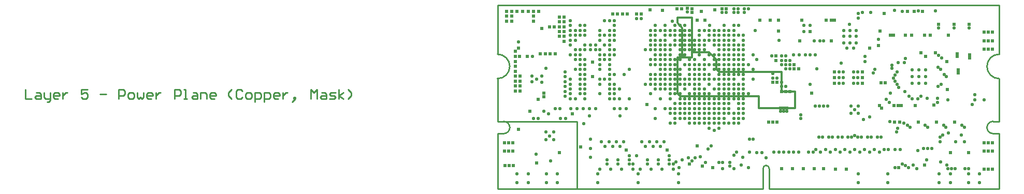
<source format=gbr>
G04 Layer_Physical_Order=5*
G04 Layer_Color=128*
%FSLAX24Y24*%
%MOIN*%
%TF.FileFunction,Copper,L5,Inr,Plane*%
%TF.Part,Single*%
G01*
G75*
%TA.AperFunction,NonConductor*%
%ADD53C,0.0100*%
%TA.AperFunction,ViaPad*%
%ADD61C,0.0240*%
%ADD62C,0.0230*%
%ADD63C,0.0220*%
%TA.AperFunction,TestPad*%
%ADD64C,0.0220*%
%TA.AperFunction,NonConductor*%
%ADD68C,0.0120*%
D53*
X394Y3543D02*
G03*
X787Y3937I0J394D01*
G01*
D02*
G03*
X394Y4331I-394J0D01*
G01*
X0Y7087D02*
G03*
X787Y7874I0J787D01*
G01*
D02*
G03*
X0Y8661I-787J0D01*
G01*
X32283D02*
G03*
X31496Y7874I0J-787D01*
G01*
D02*
G03*
X32283Y7087I787J0D01*
G01*
X31890Y4331D02*
G03*
X31496Y3937I0J-394D01*
G01*
D02*
G03*
X31890Y3543I394J0D01*
G01*
X17480Y1299D02*
G03*
X17283Y1496I-197J0D01*
G01*
X17283D02*
G03*
X17087Y1299I0J-197D01*
G01*
X0Y4331D02*
X5118D01*
Y-0D02*
Y4331D01*
X-0Y-0D02*
X5118D01*
X-0D02*
X0Y0D01*
X17087D01*
Y1299D01*
X17283Y1496D02*
X17283D01*
X17480Y0D02*
Y1299D01*
Y0D02*
X32283D01*
Y3150D01*
Y3543D01*
X31890D02*
X32283D01*
X31890Y4331D02*
X32283D01*
Y7087D01*
X32283Y8661D02*
X32283D01*
Y11811D01*
X0D02*
X32283D01*
X0Y8661D02*
Y11811D01*
Y8661D02*
X0D01*
X0Y4331D02*
Y7087D01*
Y4331D02*
X394D01*
X0Y3543D02*
X394D01*
X0Y-0D02*
Y3543D01*
X-0Y-0D02*
X0Y-0D01*
X-30400Y6400D02*
Y5800D01*
X-30000D01*
X-29700Y6200D02*
X-29500D01*
X-29400Y6100D01*
Y5800D01*
X-29700D01*
X-29800Y5900D01*
X-29700Y6000D01*
X-29400D01*
X-29200Y6200D02*
Y5900D01*
X-29100Y5800D01*
X-28801D01*
Y5700D01*
X-28900Y5600D01*
X-29000D01*
X-28801Y5800D02*
Y6200D01*
X-28301Y5800D02*
X-28501D01*
X-28601Y5900D01*
Y6100D01*
X-28501Y6200D01*
X-28301D01*
X-28201Y6100D01*
Y6000D01*
X-28601D01*
X-28001Y6200D02*
Y5800D01*
Y6000D01*
X-27901Y6100D01*
X-27801Y6200D01*
X-27701D01*
X-26401Y6400D02*
X-26801D01*
Y6100D01*
X-26601Y6200D01*
X-26501D01*
X-26401Y6100D01*
Y5900D01*
X-26501Y5800D01*
X-26701D01*
X-26801Y5900D01*
X-25602Y6100D02*
X-25202D01*
X-24402Y5800D02*
Y6400D01*
X-24102D01*
X-24002Y6300D01*
Y6100D01*
X-24102Y6000D01*
X-24402D01*
X-23702Y5800D02*
X-23502D01*
X-23402Y5900D01*
Y6100D01*
X-23502Y6200D01*
X-23702D01*
X-23802Y6100D01*
Y5900D01*
X-23702Y5800D01*
X-23202Y6200D02*
Y5900D01*
X-23102Y5800D01*
X-23002Y5900D01*
X-22902Y5800D01*
X-22802Y5900D01*
Y6200D01*
X-22303Y5800D02*
X-22503D01*
X-22603Y5900D01*
Y6100D01*
X-22503Y6200D01*
X-22303D01*
X-22203Y6100D01*
Y6000D01*
X-22603D01*
X-22003Y6200D02*
Y5800D01*
Y6000D01*
X-21903Y6100D01*
X-21803Y6200D01*
X-21703D01*
X-20803Y5800D02*
Y6400D01*
X-20503D01*
X-20403Y6300D01*
Y6100D01*
X-20503Y6000D01*
X-20803D01*
X-20203Y5800D02*
X-20003D01*
X-20103D01*
Y6400D01*
X-20203D01*
X-19603Y6200D02*
X-19404D01*
X-19304Y6100D01*
Y5800D01*
X-19603D01*
X-19703Y5900D01*
X-19603Y6000D01*
X-19304D01*
X-19104Y5800D02*
Y6200D01*
X-18804D01*
X-18704Y6100D01*
Y5800D01*
X-18204D02*
X-18404D01*
X-18504Y5900D01*
Y6100D01*
X-18404Y6200D01*
X-18204D01*
X-18104Y6100D01*
Y6000D01*
X-18504D01*
X-17104Y5800D02*
X-17304Y6000D01*
Y6200D01*
X-17104Y6400D01*
X-16405Y6300D02*
X-16504Y6400D01*
X-16704D01*
X-16804Y6300D01*
Y5900D01*
X-16704Y5800D01*
X-16504D01*
X-16405Y5900D01*
X-16105Y5800D02*
X-15905D01*
X-15805Y5900D01*
Y6100D01*
X-15905Y6200D01*
X-16105D01*
X-16205Y6100D01*
Y5900D01*
X-16105Y5800D01*
X-15605Y5600D02*
Y6200D01*
X-15305D01*
X-15205Y6100D01*
Y5900D01*
X-15305Y5800D01*
X-15605D01*
X-15005Y5600D02*
Y6200D01*
X-14705D01*
X-14605Y6100D01*
Y5900D01*
X-14705Y5800D01*
X-15005D01*
X-14105D02*
X-14305D01*
X-14405Y5900D01*
Y6100D01*
X-14305Y6200D01*
X-14105D01*
X-14005Y6100D01*
Y6000D01*
X-14405D01*
X-13805Y6200D02*
Y5800D01*
Y6000D01*
X-13705Y6100D01*
X-13605Y6200D01*
X-13505D01*
X-13106Y5700D02*
X-13006Y5800D01*
Y5900D01*
X-13106D01*
Y5800D01*
X-13006D01*
X-13106Y5700D01*
X-13206Y5600D01*
X-12006Y5800D02*
Y6400D01*
X-11806Y6200D01*
X-11606Y6400D01*
Y5800D01*
X-11306Y6200D02*
X-11106D01*
X-11006Y6100D01*
Y5800D01*
X-11306D01*
X-11406Y5900D01*
X-11306Y6000D01*
X-11006D01*
X-10806Y5800D02*
X-10506D01*
X-10406Y5900D01*
X-10506Y6000D01*
X-10706D01*
X-10806Y6100D01*
X-10706Y6200D01*
X-10406D01*
X-10207Y5800D02*
Y6400D01*
Y6000D02*
X-9907Y6200D01*
X-10207Y6000D02*
X-9907Y5800D01*
X-9607D02*
X-9407Y6000D01*
Y6200D01*
X-9607Y6400D01*
D61*
X20394Y1299D02*
D03*
X19685D02*
D03*
X18976D02*
D03*
X18268D02*
D03*
X11563Y11575D02*
D03*
X24882Y11299D02*
D03*
X14449Y11575D02*
D03*
X14724D02*
D03*
X11850D02*
D03*
X12520D02*
D03*
Y11339D02*
D03*
X12205Y11614D02*
D03*
X29370Y10600D02*
D03*
X29587Y8701D02*
D03*
X29646Y7441D02*
D03*
X30394Y8628D02*
D03*
X17717Y4291D02*
D03*
X17441D02*
D03*
X2598Y5748D02*
D03*
X31299Y9528D02*
D03*
Y8976D02*
D03*
X31575Y10079D02*
D03*
X31299D02*
D03*
X31575Y8976D02*
D03*
Y9528D02*
D03*
X31850D02*
D03*
Y8976D02*
D03*
Y10079D02*
D03*
Y2953D02*
D03*
Y1260D02*
D03*
Y2402D02*
D03*
X31575D02*
D03*
Y1260D02*
D03*
X31299Y2953D02*
D03*
X31575D02*
D03*
X31299Y1260D02*
D03*
Y2402D02*
D03*
X433D02*
D03*
Y2953D02*
D03*
X474Y1500D02*
D03*
X750D02*
D03*
X984Y2953D02*
D03*
X709Y2402D02*
D03*
X984D02*
D03*
X709Y2953D02*
D03*
X1026Y1500D02*
D03*
X20197Y6142D02*
D03*
X18819Y6260D02*
D03*
X18543D02*
D03*
X18268D02*
D03*
X17717Y6850D02*
D03*
X17992D02*
D03*
X17913Y8268D02*
D03*
Y8543D02*
D03*
X18622Y5197D02*
D03*
X18425D02*
D03*
X18228D02*
D03*
X23465Y7165D02*
D03*
Y6772D02*
D03*
Y7520D02*
D03*
X21693D02*
D03*
Y7165D02*
D03*
Y6772D02*
D03*
X24606Y10157D02*
D03*
X16890Y10866D02*
D03*
X1457Y7244D02*
D03*
Y6929D02*
D03*
Y6614D02*
D03*
Y6299D02*
D03*
X1142D02*
D03*
Y6614D02*
D03*
Y6929D02*
D03*
Y7244D02*
D03*
Y7559D02*
D03*
Y7874D02*
D03*
Y8189D02*
D03*
Y8504D02*
D03*
X3386Y8701D02*
D03*
X3071D02*
D03*
X1417Y8504D02*
D03*
X591Y10787D02*
D03*
Y11102D02*
D03*
Y11417D02*
D03*
X1260D02*
D03*
X1614D02*
D03*
X1969D02*
D03*
X2638D02*
D03*
X2323D02*
D03*
Y11102D02*
D03*
Y10787D02*
D03*
X906Y11417D02*
D03*
Y11102D02*
D03*
Y10787D02*
D03*
X4291Y9488D02*
D03*
X3976Y11063D02*
D03*
X9252Y11260D02*
D03*
X25886Y4291D02*
D03*
X20984Y1299D02*
D03*
X8268Y2486D02*
D03*
X25827Y1339D02*
D03*
X27480Y1535D02*
D03*
X25512Y5354D02*
D03*
X26378Y11417D02*
D03*
X27362D02*
D03*
X30354Y10600D02*
D03*
X19449Y9528D02*
D03*
X13110Y11417D02*
D03*
X12835Y2756D02*
D03*
X13858Y1339D02*
D03*
X13189Y1457D02*
D03*
X10906Y2480D02*
D03*
X12362Y1575D02*
D03*
X20118Y10118D02*
D03*
X5354Y2677D02*
D03*
X1339Y3819D02*
D03*
X2520Y1654D02*
D03*
X1929Y8504D02*
D03*
X9606Y5433D02*
D03*
X6102Y7205D02*
D03*
X3976Y2323D02*
D03*
X2992Y6142D02*
D03*
Y5906D02*
D03*
X6102Y8150D02*
D03*
X4803Y4803D02*
D03*
X2087Y5000D02*
D03*
X9803Y11535D02*
D03*
X10630Y11496D02*
D03*
X2756Y8701D02*
D03*
X1339Y9055D02*
D03*
X1142Y8858D02*
D03*
X3346Y10433D02*
D03*
X3661D02*
D03*
X3976D02*
D03*
Y10748D02*
D03*
Y10118D02*
D03*
X2835Y10315D02*
D03*
X12835Y10866D02*
D03*
X13982Y11530D02*
D03*
X27559Y8504D02*
D03*
X27244Y8740D02*
D03*
X28189D02*
D03*
X26654Y9882D02*
D03*
X26260D02*
D03*
X28898Y8189D02*
D03*
X29587Y8504D02*
D03*
X29646Y7638D02*
D03*
X27067Y4291D02*
D03*
X28248D02*
D03*
X29429D02*
D03*
X25551D02*
D03*
X28937Y6378D02*
D03*
X26870Y5354D02*
D03*
X25472Y9882D02*
D03*
X27480Y9882D02*
D03*
X27835Y9882D02*
D03*
X29016D02*
D03*
X30394Y8425D02*
D03*
X28071Y5394D02*
D03*
X24528Y9213D02*
D03*
X25276Y9882D02*
D03*
X28386Y10600D02*
D03*
X17559Y10866D02*
D03*
X18071D02*
D03*
X19567D02*
D03*
X21142D02*
D03*
X26811Y11417D02*
D03*
X30315Y2323D02*
D03*
X29134D02*
D03*
X22441Y1260D02*
D03*
X21732D02*
D03*
X21496Y9528D02*
D03*
X25787Y5348D02*
D03*
X25984D02*
D03*
X23937Y9055D02*
D03*
X24567Y5354D02*
D03*
X8346Y11260D02*
D03*
X8031D02*
D03*
X7717D02*
D03*
X7402D02*
D03*
X3976Y9803D02*
D03*
X4291D02*
D03*
Y10118D02*
D03*
Y10433D02*
D03*
Y10748D02*
D03*
Y11063D02*
D03*
X8937Y11260D02*
D03*
X21693Y10866D02*
D03*
X21496D02*
D03*
X13346D02*
D03*
X18071Y10157D02*
D03*
X24961Y6811D02*
D03*
X24685D02*
D03*
X24724Y5197D02*
D03*
X3701Y8701D02*
D03*
X19094Y7992D02*
D03*
Y7717D02*
D03*
X19370D02*
D03*
X17992Y4291D02*
D03*
D62*
X3600Y3150D02*
D03*
Y3650D02*
D03*
X3100D02*
D03*
Y3150D02*
D03*
X3600Y3150D02*
D03*
Y3650D02*
D03*
X3100D02*
D03*
Y3150D02*
D03*
X31024Y394D02*
D03*
X30315D02*
D03*
X29134D02*
D03*
X28425D02*
D03*
X25118D02*
D03*
X23228D02*
D03*
X1260D02*
D03*
X1969D02*
D03*
X3150D02*
D03*
X3858D02*
D03*
X6457D02*
D03*
X9055D02*
D03*
X11654D02*
D03*
X16142Y11575D02*
D03*
X15197D02*
D03*
X15472D02*
D03*
Y11339D02*
D03*
X15197D02*
D03*
X14724D02*
D03*
X14449D02*
D03*
X15866Y11575D02*
D03*
Y11339D02*
D03*
X9843Y6102D02*
D03*
X25197Y5551D02*
D03*
X25000Y5748D02*
D03*
X28189Y11457D02*
D03*
X27087D02*
D03*
X25551Y11496D02*
D03*
X5906Y5157D02*
D03*
X5512D02*
D03*
X5118D02*
D03*
X4724D02*
D03*
X8268D02*
D03*
X7874D02*
D03*
X7520D02*
D03*
X26693Y7638D02*
D03*
Y7205D02*
D03*
Y6772D02*
D03*
X27126D02*
D03*
Y7638D02*
D03*
X27559D02*
D03*
Y7205D02*
D03*
Y6772D02*
D03*
X27126Y7205D02*
D03*
X22992Y5079D02*
D03*
X22756Y5315D02*
D03*
Y4843D02*
D03*
X23228D02*
D03*
Y5315D02*
D03*
X22283Y9370D02*
D03*
Y10197D02*
D03*
Y9803D02*
D03*
X22677D02*
D03*
X23071D02*
D03*
Y9370D02*
D03*
X22677D02*
D03*
X23071Y10197D02*
D03*
X22677D02*
D03*
X2205Y6890D02*
D03*
Y7244D02*
D03*
X2835Y6850D02*
D03*
Y7244D02*
D03*
X2520Y7047D02*
D03*
X5984Y2008D02*
D03*
Y2598D02*
D03*
Y3189D02*
D03*
Y9252D02*
D03*
X6299D02*
D03*
X11732Y6102D02*
D03*
X11417D02*
D03*
X11102Y8628D02*
D03*
X18543Y6575D02*
D03*
X17717Y7402D02*
D03*
X17992Y7126D02*
D03*
X17717D02*
D03*
X18268Y6850D02*
D03*
Y6575D02*
D03*
X17638Y8543D02*
D03*
X18622Y5000D02*
D03*
X18425D02*
D03*
X18228D02*
D03*
X23189Y6772D02*
D03*
X22913D02*
D03*
Y7520D02*
D03*
X23189D02*
D03*
Y7165D02*
D03*
X22913D02*
D03*
X22244Y7520D02*
D03*
X21969D02*
D03*
Y6772D02*
D03*
X22244Y7165D02*
D03*
X21969D02*
D03*
X22244Y6772D02*
D03*
X2480Y2205D02*
D03*
X8937Y10945D02*
D03*
X9252D02*
D03*
X12205Y11378D02*
D03*
X21260Y5315D02*
D03*
X20433D02*
D03*
X20709D02*
D03*
X20984D02*
D03*
X15512Y7362D02*
D03*
X23228Y945D02*
D03*
X25118D02*
D03*
X14567Y6102D02*
D03*
X14882D02*
D03*
X12992D02*
D03*
X11654Y945D02*
D03*
X9055D02*
D03*
X6457D02*
D03*
X3150D02*
D03*
X1969D02*
D03*
X1260D02*
D03*
X3110Y7756D02*
D03*
X5984Y8937D02*
D03*
X5000Y5787D02*
D03*
X6299Y8937D02*
D03*
X5630Y6417D02*
D03*
X6575Y7677D02*
D03*
X5630Y6732D02*
D03*
X6575D02*
D03*
Y7047D02*
D03*
X6890Y7047D02*
D03*
X5630Y7677D02*
D03*
X7205Y5787D02*
D03*
Y6102D02*
D03*
X5315Y7677D02*
D03*
Y7992D02*
D03*
X7520Y7362D02*
D03*
X7205D02*
D03*
X10472Y7677D02*
D03*
Y7362D02*
D03*
X6575Y7992D02*
D03*
Y8307D02*
D03*
X10472Y6417D02*
D03*
X11417Y9567D02*
D03*
Y9882D02*
D03*
X11732Y7362D02*
D03*
X12992Y5787D02*
D03*
Y5472D02*
D03*
X12362Y5787D02*
D03*
X14567Y7047D02*
D03*
X12992Y6417D02*
D03*
X13307Y7047D02*
D03*
X10472Y9567D02*
D03*
Y10197D02*
D03*
X12677Y4528D02*
D03*
X13307Y5157D02*
D03*
X13937D02*
D03*
X14882Y4843D02*
D03*
X15512Y5787D02*
D03*
X15827Y7362D02*
D03*
X15197Y7992D02*
D03*
X15827Y4528D02*
D03*
Y9567D02*
D03*
X14567Y9252D02*
D03*
Y9882D02*
D03*
X14252Y8307D02*
D03*
X12362D02*
D03*
X11732D02*
D03*
Y7047D02*
D03*
X12047Y9252D02*
D03*
Y9567D02*
D03*
X11732Y10197D02*
D03*
X10787Y6417D02*
D03*
X12362Y4843D02*
D03*
X14567Y7362D02*
D03*
X12992Y6732D02*
D03*
X13937Y6417D02*
D03*
X13622Y6102D02*
D03*
Y6732D02*
D03*
Y7047D02*
D03*
Y7362D02*
D03*
X13937Y7677D02*
D03*
X3425Y1772D02*
D03*
X3858Y945D02*
D03*
X3350Y3400D02*
D03*
X10472Y8622D02*
D03*
X10787Y9567D02*
D03*
X10157Y10197D02*
D03*
X12677Y4843D02*
D03*
X13307D02*
D03*
X13937Y5472D02*
D03*
X14882Y5157D02*
D03*
X15512Y7992D02*
D03*
X15827Y4843D02*
D03*
Y9252D02*
D03*
X14882D02*
D03*
X14252Y9882D02*
D03*
X13937Y8307D02*
D03*
X13622Y8622D02*
D03*
X13307Y8937D02*
D03*
X12047Y8622D02*
D03*
X12992D02*
D03*
X12677Y8307D02*
D03*
X11732Y8622D02*
D03*
X12362Y9567D02*
D03*
Y9252D02*
D03*
X12047Y10197D02*
D03*
Y5472D02*
D03*
X12677Y6732D02*
D03*
X12362D02*
D03*
X12047D02*
D03*
Y4843D02*
D03*
X11732Y5472D02*
D03*
X12362Y7362D02*
D03*
X11732Y6732D02*
D03*
X11102Y7992D02*
D03*
X12047Y7992D02*
D03*
X12362Y6102D02*
D03*
X12047Y5787D02*
D03*
X11102Y7677D02*
D03*
X11732Y7677D02*
D03*
X5000Y8307D02*
D03*
X5315D02*
D03*
X4685Y10827D02*
D03*
Y10512D02*
D03*
Y10197D02*
D03*
Y9882D02*
D03*
X5315Y10197D02*
D03*
X5000D02*
D03*
X4685Y9567D02*
D03*
Y9252D02*
D03*
Y8622D02*
D03*
X5000D02*
D03*
X4685Y7047D02*
D03*
Y6732D02*
D03*
Y6417D02*
D03*
Y6102D02*
D03*
Y5787D02*
D03*
X7205Y10827D02*
D03*
X7520D02*
D03*
Y10512D02*
D03*
Y10197D02*
D03*
Y9882D02*
D03*
Y9567D02*
D03*
X7205Y9882D02*
D03*
Y9567D02*
D03*
X6890Y8622D02*
D03*
X7205D02*
D03*
Y8307D02*
D03*
Y7992D02*
D03*
X7520Y6732D02*
D03*
Y6417D02*
D03*
Y6102D02*
D03*
Y5787D02*
D03*
X7205Y7677D02*
D03*
X5630Y7362D02*
D03*
Y5787D02*
D03*
Y7992D02*
D03*
X7205Y6732D02*
D03*
Y6417D02*
D03*
X5630Y6102D02*
D03*
X6575D02*
D03*
X5630Y7047D02*
D03*
X11102Y8307D02*
D03*
X10157Y8622D02*
D03*
X10787Y9882D02*
D03*
X7205Y7047D02*
D03*
X4016Y5157D02*
D03*
X6299D02*
D03*
X2244Y8504D02*
D03*
X12677Y7992D02*
D03*
X13307Y8307D02*
D03*
Y9252D02*
D03*
X25394Y7953D02*
D03*
Y7756D02*
D03*
X31024Y945D02*
D03*
X30315D02*
D03*
X29134D02*
D03*
X28425D02*
D03*
X15512Y5472D02*
D03*
X13307Y6102D02*
D03*
X18268Y8543D02*
D03*
X18543D02*
D03*
X18268Y8268D02*
D03*
X18543D02*
D03*
X18819D02*
D03*
Y7992D02*
D03*
X18543D02*
D03*
X18268D02*
D03*
X18543Y7717D02*
D03*
X18819D02*
D03*
D63*
X24528Y9606D02*
D03*
X16220Y3189D02*
D03*
X16457D02*
D03*
X20000Y2362D02*
D03*
X18425D02*
D03*
X19055D02*
D03*
X16693Y2323D02*
D03*
X19370Y2362D02*
D03*
X18740D02*
D03*
X18110D02*
D03*
X17795D02*
D03*
X17008Y2323D02*
D03*
X16220Y2362D02*
D03*
X14961Y1693D02*
D03*
Y1457D02*
D03*
X25591Y2520D02*
D03*
X25906D02*
D03*
X25157D02*
D03*
X24882D02*
D03*
X24252D02*
D03*
X23622D02*
D03*
X22992D02*
D03*
X22362D02*
D03*
X21732D02*
D03*
X21102D02*
D03*
X20472D02*
D03*
X27953Y2598D02*
D03*
X27402D02*
D03*
X27677D02*
D03*
X26378Y4094D02*
D03*
X26142Y4213D02*
D03*
X23819Y3307D02*
D03*
X23307Y2362D02*
D03*
X23425Y3307D02*
D03*
X22992Y3425D02*
D03*
X20669Y3307D02*
D03*
X21299D02*
D03*
X20906D02*
D03*
X21929D02*
D03*
X21535D02*
D03*
X22559D02*
D03*
X22165D02*
D03*
X23189D02*
D03*
X22795D02*
D03*
X24449D02*
D03*
X24055D02*
D03*
X24685D02*
D03*
X20787Y2362D02*
D03*
X13032Y2047D02*
D03*
X12717Y1969D02*
D03*
X12520Y1772D02*
D03*
X9843Y9882D02*
D03*
X11732Y5787D02*
D03*
X19528Y4764D02*
D03*
Y4528D02*
D03*
X11102Y9252D02*
D03*
X22480Y9055D02*
D03*
X22913D02*
D03*
X22126Y8071D02*
D03*
X23228Y10984D02*
D03*
Y11299D02*
D03*
X22638Y10591D02*
D03*
X24016Y11339D02*
D03*
X26063Y11417D02*
D03*
X19409Y8622D02*
D03*
X19803D02*
D03*
X20118D02*
D03*
X20433D02*
D03*
X19055D02*
D03*
X17283Y1969D02*
D03*
X25669Y3661D02*
D03*
X28661Y3465D02*
D03*
X16457Y8622D02*
D03*
X15512Y8937D02*
D03*
X15827D02*
D03*
X14567Y8307D02*
D03*
X14882Y7992D02*
D03*
X15197Y2165D02*
D03*
X15787Y2008D02*
D03*
X24567Y2362D02*
D03*
X14567Y7992D02*
D03*
X14882Y8307D02*
D03*
Y7677D02*
D03*
X15197Y8307D02*
D03*
X15512D02*
D03*
X15827D02*
D03*
X15197Y7677D02*
D03*
X23937Y2362D02*
D03*
X16457Y7677D02*
D03*
X16142Y7992D02*
D03*
X16457Y7047D02*
D03*
X14252Y7992D02*
D03*
X15827Y7677D02*
D03*
Y7992D02*
D03*
X15512Y7677D02*
D03*
X13937Y8622D02*
D03*
X14567Y7677D02*
D03*
X15197Y7362D02*
D03*
X13937Y7992D02*
D03*
X14252Y7677D02*
D03*
X22047Y2362D02*
D03*
X15827Y7047D02*
D03*
X14882Y7362D02*
D03*
Y7047D02*
D03*
X27047Y2441D02*
D03*
X15827Y8622D02*
D03*
X14882D02*
D03*
X15197D02*
D03*
X14567D02*
D03*
X15197Y9252D02*
D03*
X15512D02*
D03*
Y8622D02*
D03*
X26457Y1339D02*
D03*
X26732Y1535D02*
D03*
X26969Y1299D02*
D03*
X27598Y1850D02*
D03*
X27520Y4094D02*
D03*
X28465Y3031D02*
D03*
Y3307D02*
D03*
X28504Y1732D02*
D03*
X31299Y5709D02*
D03*
X30709Y6063D02*
D03*
Y5709D02*
D03*
X11732Y9567D02*
D03*
X12047Y8937D02*
D03*
X12677Y9567D02*
D03*
Y9252D02*
D03*
X29843Y3465D02*
D03*
X30039Y3937D02*
D03*
X29488Y3031D02*
D03*
X29882Y4094D02*
D03*
X29016Y3583D02*
D03*
X13937Y9567D02*
D03*
Y10197D02*
D03*
X14252D02*
D03*
X14567Y10512D02*
D03*
X30039Y3031D02*
D03*
X20748Y9528D02*
D03*
X15197Y9882D02*
D03*
Y9567D02*
D03*
X14567Y10197D02*
D03*
X13622Y9882D02*
D03*
Y10197D02*
D03*
X14252Y9567D02*
D03*
X14882Y8937D02*
D03*
X15197D02*
D03*
X15827Y9882D02*
D03*
X18110Y9567D02*
D03*
X14882D02*
D03*
X20394Y9528D02*
D03*
X14567Y9567D02*
D03*
X13937Y9882D02*
D03*
X12047D02*
D03*
X13543Y2559D02*
D03*
X13740Y2756D02*
D03*
X14488Y1693D02*
D03*
Y1299D02*
D03*
X14252Y1693D02*
D03*
X13386D02*
D03*
X15827Y5157D02*
D03*
X15512D02*
D03*
X15827Y6102D02*
D03*
Y6417D02*
D03*
X15512Y6102D02*
D03*
X15197Y6417D02*
D03*
X14567Y5157D02*
D03*
X11693Y1339D02*
D03*
X11496Y1732D02*
D03*
X11890Y1850D02*
D03*
X15512Y4213D02*
D03*
X15197D02*
D03*
X15512Y4843D02*
D03*
Y4528D02*
D03*
X15197D02*
D03*
Y4843D02*
D03*
X14567Y4528D02*
D03*
Y4843D02*
D03*
X14882Y5787D02*
D03*
X14252Y4843D02*
D03*
Y4528D02*
D03*
X13937Y3740D02*
D03*
X13622Y5157D02*
D03*
Y3898D02*
D03*
Y4213D02*
D03*
X12992Y4843D02*
D03*
X12992Y5157D02*
D03*
X8937Y2126D02*
D03*
X12992Y4213D02*
D03*
X13307Y4528D02*
D03*
X12992D02*
D03*
X12362D02*
D03*
X12047D02*
D03*
X12677Y5472D02*
D03*
X11417Y4843D02*
D03*
Y4528D02*
D03*
X12362Y5157D02*
D03*
X7874Y2717D02*
D03*
X7402D02*
D03*
X6929D02*
D03*
X8110Y3031D02*
D03*
X7638D02*
D03*
X7165D02*
D03*
X6693D02*
D03*
X14252Y5472D02*
D03*
X13937Y5787D02*
D03*
Y4843D02*
D03*
X13622D02*
D03*
Y5472D02*
D03*
X16575Y10197D02*
D03*
X25276Y6142D02*
D03*
X14567Y8937D02*
D03*
X19724Y10118D02*
D03*
X20118Y10512D02*
D03*
X19724D02*
D03*
X14252Y6102D02*
D03*
X13622Y4528D02*
D03*
Y5787D02*
D03*
X13307D02*
D03*
X12677D02*
D03*
X8465Y2126D02*
D03*
X8701Y1575D02*
D03*
X11417Y5472D02*
D03*
X11102Y5157D02*
D03*
X9173Y1260D02*
D03*
X9882D02*
D03*
X9646Y1575D02*
D03*
Y1850D02*
D03*
X10354Y1575D02*
D03*
Y1850D02*
D03*
X10591Y1260D02*
D03*
X11063Y1850D02*
D03*
Y1575D02*
D03*
X11299Y1260D02*
D03*
X8701D02*
D03*
X8465Y1575D02*
D03*
Y1850D02*
D03*
X7992Y1260D02*
D03*
X7756Y1850D02*
D03*
Y1575D02*
D03*
X7047Y1850D02*
D03*
Y1575D02*
D03*
X7283Y1260D02*
D03*
X6575D02*
D03*
X10787Y5157D02*
D03*
X10157Y4528D02*
D03*
X11102Y4213D02*
D03*
X11417Y5157D02*
D03*
X13307Y6417D02*
D03*
X15197Y10512D02*
D03*
X13307Y10197D02*
D03*
X10157Y5157D02*
D03*
X4331Y7520D02*
D03*
Y7205D02*
D03*
Y6890D02*
D03*
Y6575D02*
D03*
Y6260D02*
D03*
Y5945D02*
D03*
X11102Y10197D02*
D03*
X6575Y9567D02*
D03*
X5315Y6732D02*
D03*
X10787Y7362D02*
D03*
Y7047D02*
D03*
X10472D02*
D03*
X10157Y6417D02*
D03*
X10787Y7677D02*
D03*
X11102Y6732D02*
D03*
X8465Y7677D02*
D03*
X5315Y6102D02*
D03*
X10787Y7992D02*
D03*
X10157Y7362D02*
D03*
X9843Y7047D02*
D03*
X5315Y6417D02*
D03*
X11102Y7362D02*
D03*
X5315Y7047D02*
D03*
X11417Y6417D02*
D03*
X8465Y5787D02*
D03*
X10472D02*
D03*
X11102D02*
D03*
X9843Y6732D02*
D03*
X10157D02*
D03*
X13307Y5472D02*
D03*
X15512Y6732D02*
D03*
X12362Y8937D02*
D03*
X11732D02*
D03*
X15669Y1535D02*
D03*
X16142Y1339D02*
D03*
X15197Y1299D02*
D03*
X12992Y8937D02*
D03*
X12677Y6417D02*
D03*
Y6102D02*
D03*
X12047Y6417D02*
D03*
X12362Y7677D02*
D03*
X12677Y7362D02*
D03*
X5000Y9882D02*
D03*
Y9567D02*
D03*
X7205Y9252D02*
D03*
X7520Y8937D02*
D03*
Y8622D02*
D03*
X10472Y6732D02*
D03*
X11102Y7047D02*
D03*
X10157D02*
D03*
X10787Y9252D02*
D03*
X7835Y5787D02*
D03*
X11102Y6417D02*
D03*
X5315Y7362D02*
D03*
X5000Y7677D02*
D03*
X9528Y6732D02*
D03*
X11102Y6102D02*
D03*
X10787Y6732D02*
D03*
X8150Y7362D02*
D03*
X10787Y8307D02*
D03*
Y8937D02*
D03*
X11417Y8307D02*
D03*
Y7992D02*
D03*
Y7677D02*
D03*
X7205Y8937D02*
D03*
X10787Y8622D02*
D03*
X5315Y8937D02*
D03*
X5630D02*
D03*
X10157Y8307D02*
D03*
X10472D02*
D03*
Y7992D02*
D03*
X10157D02*
D03*
X5000Y8937D02*
D03*
X5630Y8307D02*
D03*
X9843Y7992D02*
D03*
Y8307D02*
D03*
X6575Y8622D02*
D03*
X5630Y9252D02*
D03*
X10157D02*
D03*
X5315Y8622D02*
D03*
X6890Y9252D02*
D03*
X9843Y8937D02*
D03*
X9528D02*
D03*
X6575D02*
D03*
X10157Y8937D02*
D03*
X10472Y8937D02*
D03*
X11102D02*
D03*
X6890Y8307D02*
D03*
X5630Y9882D02*
D03*
X9843Y10197D02*
D03*
X10157Y9882D02*
D03*
Y9567D02*
D03*
X10472Y9252D02*
D03*
X6890Y10827D02*
D03*
X10787Y10197D02*
D03*
X5630Y10512D02*
D03*
X10157D02*
D03*
X6575Y10197D02*
D03*
Y9882D02*
D03*
X6890D02*
D03*
X5630Y10197D02*
D03*
X9843Y9567D02*
D03*
X5315Y10512D02*
D03*
X10787D02*
D03*
X5315Y9882D02*
D03*
X9843Y9252D02*
D03*
X7205Y10197D02*
D03*
X7835Y6417D02*
D03*
X9843Y7362D02*
D03*
X4055Y4528D02*
D03*
X4370D02*
D03*
X2992Y5000D02*
D03*
X5551Y4173D02*
D03*
X12362Y5472D02*
D03*
X11732Y5157D02*
D03*
Y4843D02*
D03*
X12677Y5157D02*
D03*
X2598Y4528D02*
D03*
X3268Y4803D02*
D03*
X2323Y4528D02*
D03*
X12362Y4213D02*
D03*
X12677D02*
D03*
X11732Y4528D02*
D03*
X11417Y4213D02*
D03*
X11102Y4843D02*
D03*
X7874Y4685D02*
D03*
X12047Y5157D02*
D03*
X5906Y4685D02*
D03*
X3701Y5157D02*
D03*
X11732Y9252D02*
D03*
X11260Y10787D02*
D03*
X1339Y9449D02*
D03*
X12362Y10197D02*
D03*
X11417Y9252D02*
D03*
X11732Y9882D02*
D03*
X12047Y10512D02*
D03*
X11417D02*
D03*
X11732D02*
D03*
X15197Y10197D02*
D03*
X15512Y9882D02*
D03*
X12992Y9567D02*
D03*
X25709Y7520D02*
D03*
X25591Y7323D02*
D03*
X25709Y6732D02*
D03*
X25827Y6535D02*
D03*
X25591Y6929D02*
D03*
X26220Y6260D02*
D03*
X14252Y9252D02*
D03*
Y8937D02*
D03*
X27244Y5945D02*
D03*
X27047Y5787D02*
D03*
X26693D02*
D03*
X26496Y5945D02*
D03*
X13937Y9252D02*
D03*
X12362Y9882D02*
D03*
X11102D02*
D03*
X12992Y9252D02*
D03*
X14882Y10197D02*
D03*
X15512Y10512D02*
D03*
X25472Y7126D02*
D03*
X14882Y9882D02*
D03*
X9291Y3031D02*
D03*
X9764D02*
D03*
X10236D02*
D03*
X10709D02*
D03*
X9528Y2717D02*
D03*
X10000D02*
D03*
X13307Y4213D02*
D03*
X14252D02*
D03*
X27675Y3939D02*
D03*
X28858Y3937D02*
D03*
X28701Y4094D02*
D03*
X28346Y6575D02*
D03*
X28543Y6732D02*
D03*
X28346Y7835D02*
D03*
X11063Y2126D02*
D03*
X11299Y1575D02*
D03*
X14252Y5787D02*
D03*
X14567Y5472D02*
D03*
X14882D02*
D03*
X13937Y4213D02*
D03*
Y4528D02*
D03*
X14252Y5157D02*
D03*
X14567Y4213D02*
D03*
X14882D02*
D03*
X10472Y2717D02*
D03*
X14252Y3898D02*
D03*
X26260Y8386D02*
D03*
X26181Y8110D02*
D03*
X25787D02*
D03*
X27638Y5827D02*
D03*
X28307Y5551D02*
D03*
Y5827D02*
D03*
X28976Y5709D02*
D03*
X11417Y10197D02*
D03*
X12992Y9882D02*
D03*
X13307Y9567D02*
D03*
X23661Y8504D02*
D03*
Y8189D02*
D03*
X30354Y10344D02*
D03*
X29370D02*
D03*
X28386D02*
D03*
Y8583D02*
D03*
X28583Y8425D02*
D03*
X28502Y7679D02*
D03*
X28740Y7362D02*
D03*
X28896Y7207D02*
D03*
X12992Y10197D02*
D03*
X30315Y1299D02*
D03*
X30079D02*
D03*
X12677Y8937D02*
D03*
X28898Y1535D02*
D03*
X29449Y1299D02*
D03*
X29213D02*
D03*
X28976D02*
D03*
X25591Y1339D02*
D03*
X26063Y1575D02*
D03*
X15827Y5472D02*
D03*
X15197Y5787D02*
D03*
Y6102D02*
D03*
X14567Y5787D02*
D03*
X15512Y6417D02*
D03*
X14252D02*
D03*
X14567D02*
D03*
X14882D02*
D03*
X15827Y5787D02*
D03*
X16142Y6102D02*
D03*
X14567Y6732D02*
D03*
X14882D02*
D03*
X20315Y2362D02*
D03*
X14252Y6732D02*
D03*
Y7047D02*
D03*
X15197Y6732D02*
D03*
Y7047D02*
D03*
X15827Y6732D02*
D03*
X13937Y7047D02*
D03*
X14252Y7362D02*
D03*
X21417Y2362D02*
D03*
X14252Y8622D02*
D03*
X26260Y1496D02*
D03*
X25748Y3898D02*
D03*
X16693Y8307D02*
D03*
X25236Y4331D02*
D03*
X20984Y9528D02*
D03*
X20118Y6732D02*
D03*
X20551Y7717D02*
D03*
X23937Y4606D02*
D03*
X11417Y6732D02*
D03*
Y7362D02*
D03*
Y7047D02*
D03*
X13622Y9567D02*
D03*
X24281Y7677D02*
D03*
X24173Y7441D02*
D03*
X12992Y7992D02*
D03*
X12677Y7677D02*
D03*
X13622Y7992D02*
D03*
X12992Y7677D02*
D03*
X13307Y7992D02*
D03*
Y7677D02*
D03*
Y7362D02*
D03*
X12992Y7047D02*
D03*
X12047D02*
D03*
X12362D02*
D03*
X12677D02*
D03*
X12992Y7362D02*
D03*
X12362Y7992D02*
D03*
X30551Y5433D02*
D03*
X13661Y10512D02*
D03*
X12283Y1969D02*
D03*
X26534Y3939D02*
D03*
X22677Y2362D02*
D03*
X15394D02*
D03*
D64*
X23543Y4449D02*
D03*
X23465Y11339D02*
D03*
D68*
X11575Y6102D02*
X11732Y5945D01*
X11890Y8583D02*
X12008Y8465D01*
X11772D02*
X11890Y8583D01*
X11575Y10709D02*
Y11024D01*
X11890Y8465D02*
Y10354D01*
X11575Y10669D02*
X11890Y10354D01*
X11575Y10669D02*
Y10709D01*
X12520Y8898D02*
X12638Y8780D01*
X12520Y8465D02*
Y8898D01*
X11575Y8346D02*
X11693Y8465D01*
X11575Y8307D02*
Y8346D01*
Y11024D02*
X12520D01*
X16811Y5197D02*
Y5945D01*
Y5197D02*
X19134D01*
Y6260D01*
X18268D02*
X19134D01*
X18268D02*
Y7520D01*
X11732Y5945D02*
X16811D01*
X13622Y8780D02*
X14094Y8307D01*
X14252Y7520D02*
X18268D01*
X14094Y7677D02*
X14252Y7520D01*
X14094Y7677D02*
Y8307D01*
X11575Y6102D02*
Y8465D01*
X12520D01*
Y8780D02*
X13622D01*
X12520Y8898D02*
Y11024D01*
%TF.MD5,28c87a5f4d9903f623770f0ea4aa559c*%
M02*

</source>
